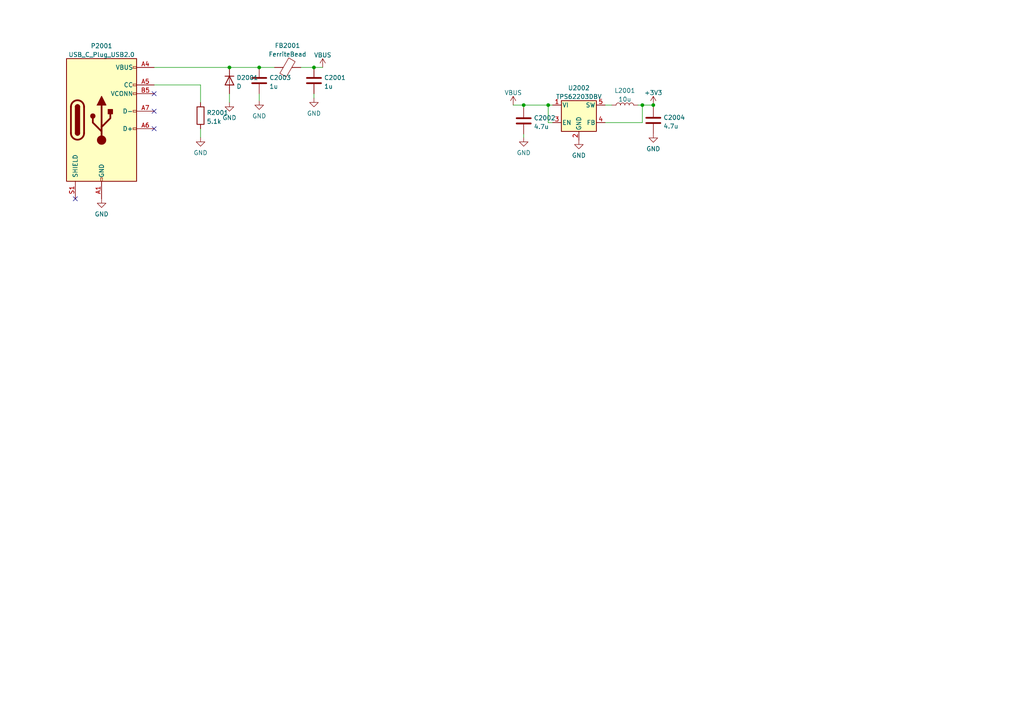
<source format=kicad_sch>
(kicad_sch (version 20211123) (generator eeschema)

  (uuid dd0b54e4-6591-4314-aaf3-3c051414093e)

  (paper "A4")

  (lib_symbols
    (symbol "Connector:USB_C_Plug_USB2.0" (pin_names (offset 1.016)) (in_bom yes) (on_board yes)
      (property "Reference" "P" (id 0) (at -10.16 19.05 0)
        (effects (font (size 1.27 1.27)) (justify left))
      )
      (property "Value" "USB_C_Plug_USB2.0" (id 1) (at 12.7 19.05 0)
        (effects (font (size 1.27 1.27)) (justify right))
      )
      (property "Footprint" "" (id 2) (at 3.81 0 0)
        (effects (font (size 1.27 1.27)) hide)
      )
      (property "Datasheet" "https://www.usb.org/sites/default/files/documents/usb_type-c.zip" (id 3) (at 3.81 0 0)
        (effects (font (size 1.27 1.27)) hide)
      )
      (property "ki_keywords" "usb universal serial bus type-C USB2.0" (id 4) (at 0 0 0)
        (effects (font (size 1.27 1.27)) hide)
      )
      (property "ki_description" "USB 2.0-only Type-C Plug connector" (id 5) (at 0 0 0)
        (effects (font (size 1.27 1.27)) hide)
      )
      (property "ki_fp_filters" "USB*C*Plug*" (id 6) (at 0 0 0)
        (effects (font (size 1.27 1.27)) hide)
      )
      (symbol "USB_C_Plug_USB2.0_0_0"
        (rectangle (start -0.254 -17.78) (end 0.254 -16.764)
          (stroke (width 0) (type default) (color 0 0 0 0))
          (fill (type none))
        )
        (rectangle (start 10.16 -2.286) (end 9.144 -2.794)
          (stroke (width 0) (type default) (color 0 0 0 0))
          (fill (type none))
        )
        (rectangle (start 10.16 2.794) (end 9.144 2.286)
          (stroke (width 0) (type default) (color 0 0 0 0))
          (fill (type none))
        )
        (rectangle (start 10.16 7.874) (end 9.144 7.366)
          (stroke (width 0) (type default) (color 0 0 0 0))
          (fill (type none))
        )
        (rectangle (start 10.16 10.414) (end 9.144 9.906)
          (stroke (width 0) (type default) (color 0 0 0 0))
          (fill (type none))
        )
        (rectangle (start 10.16 15.494) (end 9.144 14.986)
          (stroke (width 0) (type default) (color 0 0 0 0))
          (fill (type none))
        )
      )
      (symbol "USB_C_Plug_USB2.0_0_1"
        (rectangle (start -10.16 17.78) (end 10.16 -17.78)
          (stroke (width 0.254) (type default) (color 0 0 0 0))
          (fill (type background))
        )
        (arc (start -8.89 -3.81) (mid -6.985 -5.715) (end -5.08 -3.81)
          (stroke (width 0.508) (type default) (color 0 0 0 0))
          (fill (type none))
        )
        (arc (start -7.62 -3.81) (mid -6.985 -4.445) (end -6.35 -3.81)
          (stroke (width 0.254) (type default) (color 0 0 0 0))
          (fill (type none))
        )
        (arc (start -7.62 -3.81) (mid -6.985 -4.445) (end -6.35 -3.81)
          (stroke (width 0.254) (type default) (color 0 0 0 0))
          (fill (type outline))
        )
        (rectangle (start -7.62 -3.81) (end -6.35 3.81)
          (stroke (width 0.254) (type default) (color 0 0 0 0))
          (fill (type outline))
        )
        (arc (start -6.35 3.81) (mid -6.985 4.445) (end -7.62 3.81)
          (stroke (width 0.254) (type default) (color 0 0 0 0))
          (fill (type none))
        )
        (arc (start -6.35 3.81) (mid -6.985 4.445) (end -7.62 3.81)
          (stroke (width 0.254) (type default) (color 0 0 0 0))
          (fill (type outline))
        )
        (arc (start -5.08 3.81) (mid -6.985 5.715) (end -8.89 3.81)
          (stroke (width 0.508) (type default) (color 0 0 0 0))
          (fill (type none))
        )
        (circle (center -2.54 1.143) (radius 0.635)
          (stroke (width 0.254) (type default) (color 0 0 0 0))
          (fill (type outline))
        )
        (circle (center 0 -5.842) (radius 1.27)
          (stroke (width 0) (type default) (color 0 0 0 0))
          (fill (type outline))
        )
        (polyline
          (pts
            (xy -8.89 -3.81)
            (xy -8.89 3.81)
          )
          (stroke (width 0.508) (type default) (color 0 0 0 0))
          (fill (type none))
        )
        (polyline
          (pts
            (xy -5.08 3.81)
            (xy -5.08 -3.81)
          )
          (stroke (width 0.508) (type default) (color 0 0 0 0))
          (fill (type none))
        )
        (polyline
          (pts
            (xy 0 -5.842)
            (xy 0 4.318)
          )
          (stroke (width 0.508) (type default) (color 0 0 0 0))
          (fill (type none))
        )
        (polyline
          (pts
            (xy 0 -3.302)
            (xy -2.54 -0.762)
            (xy -2.54 0.508)
          )
          (stroke (width 0.508) (type default) (color 0 0 0 0))
          (fill (type none))
        )
        (polyline
          (pts
            (xy 0 -2.032)
            (xy 2.54 0.508)
            (xy 2.54 1.778)
          )
          (stroke (width 0.508) (type default) (color 0 0 0 0))
          (fill (type none))
        )
        (polyline
          (pts
            (xy -1.27 4.318)
            (xy 0 6.858)
            (xy 1.27 4.318)
            (xy -1.27 4.318)
          )
          (stroke (width 0.254) (type default) (color 0 0 0 0))
          (fill (type outline))
        )
        (rectangle (start 1.905 1.778) (end 3.175 3.048)
          (stroke (width 0.254) (type default) (color 0 0 0 0))
          (fill (type outline))
        )
      )
      (symbol "USB_C_Plug_USB2.0_1_1"
        (pin passive line (at 0 -22.86 90) (length 5.08)
          (name "GND" (effects (font (size 1.27 1.27))))
          (number "A1" (effects (font (size 1.27 1.27))))
        )
        (pin passive line (at 0 -22.86 90) (length 5.08) hide
          (name "GND" (effects (font (size 1.27 1.27))))
          (number "A12" (effects (font (size 1.27 1.27))))
        )
        (pin passive line (at 15.24 15.24 180) (length 5.08)
          (name "VBUS" (effects (font (size 1.27 1.27))))
          (number "A4" (effects (font (size 1.27 1.27))))
        )
        (pin bidirectional line (at 15.24 10.16 180) (length 5.08)
          (name "CC" (effects (font (size 1.27 1.27))))
          (number "A5" (effects (font (size 1.27 1.27))))
        )
        (pin bidirectional line (at 15.24 -2.54 180) (length 5.08)
          (name "D+" (effects (font (size 1.27 1.27))))
          (number "A6" (effects (font (size 1.27 1.27))))
        )
        (pin bidirectional line (at 15.24 2.54 180) (length 5.08)
          (name "D-" (effects (font (size 1.27 1.27))))
          (number "A7" (effects (font (size 1.27 1.27))))
        )
        (pin passive line (at 15.24 15.24 180) (length 5.08) hide
          (name "VBUS" (effects (font (size 1.27 1.27))))
          (number "A9" (effects (font (size 1.27 1.27))))
        )
        (pin passive line (at 0 -22.86 90) (length 5.08) hide
          (name "GND" (effects (font (size 1.27 1.27))))
          (number "B1" (effects (font (size 1.27 1.27))))
        )
        (pin passive line (at 0 -22.86 90) (length 5.08) hide
          (name "GND" (effects (font (size 1.27 1.27))))
          (number "B12" (effects (font (size 1.27 1.27))))
        )
        (pin passive line (at 15.24 15.24 180) (length 5.08) hide
          (name "VBUS" (effects (font (size 1.27 1.27))))
          (number "B4" (effects (font (size 1.27 1.27))))
        )
        (pin bidirectional line (at 15.24 7.62 180) (length 5.08)
          (name "VCONN" (effects (font (size 1.27 1.27))))
          (number "B5" (effects (font (size 1.27 1.27))))
        )
        (pin passive line (at 15.24 15.24 180) (length 5.08) hide
          (name "VBUS" (effects (font (size 1.27 1.27))))
          (number "B9" (effects (font (size 1.27 1.27))))
        )
        (pin passive line (at -7.62 -22.86 90) (length 5.08)
          (name "SHIELD" (effects (font (size 1.27 1.27))))
          (number "S1" (effects (font (size 1.27 1.27))))
        )
      )
    )
    (symbol "Device:C" (pin_numbers hide) (pin_names (offset 0.254)) (in_bom yes) (on_board yes)
      (property "Reference" "C" (id 0) (at 0.635 2.54 0)
        (effects (font (size 1.27 1.27)) (justify left))
      )
      (property "Value" "C" (id 1) (at 0.635 -2.54 0)
        (effects (font (size 1.27 1.27)) (justify left))
      )
      (property "Footprint" "" (id 2) (at 0.9652 -3.81 0)
        (effects (font (size 1.27 1.27)) hide)
      )
      (property "Datasheet" "~" (id 3) (at 0 0 0)
        (effects (font (size 1.27 1.27)) hide)
      )
      (property "ki_keywords" "cap capacitor" (id 4) (at 0 0 0)
        (effects (font (size 1.27 1.27)) hide)
      )
      (property "ki_description" "Unpolarized capacitor" (id 5) (at 0 0 0)
        (effects (font (size 1.27 1.27)) hide)
      )
      (property "ki_fp_filters" "C_*" (id 6) (at 0 0 0)
        (effects (font (size 1.27 1.27)) hide)
      )
      (symbol "C_0_1"
        (polyline
          (pts
            (xy -2.032 -0.762)
            (xy 2.032 -0.762)
          )
          (stroke (width 0.508) (type default) (color 0 0 0 0))
          (fill (type none))
        )
        (polyline
          (pts
            (xy -2.032 0.762)
            (xy 2.032 0.762)
          )
          (stroke (width 0.508) (type default) (color 0 0 0 0))
          (fill (type none))
        )
      )
      (symbol "C_1_1"
        (pin passive line (at 0 3.81 270) (length 2.794)
          (name "~" (effects (font (size 1.27 1.27))))
          (number "1" (effects (font (size 1.27 1.27))))
        )
        (pin passive line (at 0 -3.81 90) (length 2.794)
          (name "~" (effects (font (size 1.27 1.27))))
          (number "2" (effects (font (size 1.27 1.27))))
        )
      )
    )
    (symbol "Device:D" (pin_numbers hide) (pin_names (offset 1.016) hide) (in_bom yes) (on_board yes)
      (property "Reference" "D" (id 0) (at 0 2.54 0)
        (effects (font (size 1.27 1.27)))
      )
      (property "Value" "D" (id 1) (at 0 -2.54 0)
        (effects (font (size 1.27 1.27)))
      )
      (property "Footprint" "" (id 2) (at 0 0 0)
        (effects (font (size 1.27 1.27)) hide)
      )
      (property "Datasheet" "~" (id 3) (at 0 0 0)
        (effects (font (size 1.27 1.27)) hide)
      )
      (property "ki_keywords" "diode" (id 4) (at 0 0 0)
        (effects (font (size 1.27 1.27)) hide)
      )
      (property "ki_description" "Diode" (id 5) (at 0 0 0)
        (effects (font (size 1.27 1.27)) hide)
      )
      (property "ki_fp_filters" "TO-???* *_Diode_* *SingleDiode* D_*" (id 6) (at 0 0 0)
        (effects (font (size 1.27 1.27)) hide)
      )
      (symbol "D_0_1"
        (polyline
          (pts
            (xy -1.27 1.27)
            (xy -1.27 -1.27)
          )
          (stroke (width 0.254) (type default) (color 0 0 0 0))
          (fill (type none))
        )
        (polyline
          (pts
            (xy 1.27 0)
            (xy -1.27 0)
          )
          (stroke (width 0) (type default) (color 0 0 0 0))
          (fill (type none))
        )
        (polyline
          (pts
            (xy 1.27 1.27)
            (xy 1.27 -1.27)
            (xy -1.27 0)
            (xy 1.27 1.27)
          )
          (stroke (width 0.254) (type default) (color 0 0 0 0))
          (fill (type none))
        )
      )
      (symbol "D_1_1"
        (pin passive line (at -3.81 0 0) (length 2.54)
          (name "K" (effects (font (size 1.27 1.27))))
          (number "1" (effects (font (size 1.27 1.27))))
        )
        (pin passive line (at 3.81 0 180) (length 2.54)
          (name "A" (effects (font (size 1.27 1.27))))
          (number "2" (effects (font (size 1.27 1.27))))
        )
      )
    )
    (symbol "Device:FerriteBead" (pin_numbers hide) (pin_names (offset 0)) (in_bom yes) (on_board yes)
      (property "Reference" "FB" (id 0) (at -3.81 0.635 90)
        (effects (font (size 1.27 1.27)))
      )
      (property "Value" "FerriteBead" (id 1) (at 3.81 0 90)
        (effects (font (size 1.27 1.27)))
      )
      (property "Footprint" "" (id 2) (at -1.778 0 90)
        (effects (font (size 1.27 1.27)) hide)
      )
      (property "Datasheet" "~" (id 3) (at 0 0 0)
        (effects (font (size 1.27 1.27)) hide)
      )
      (property "ki_keywords" "L ferrite bead inductor filter" (id 4) (at 0 0 0)
        (effects (font (size 1.27 1.27)) hide)
      )
      (property "ki_description" "Ferrite bead" (id 5) (at 0 0 0)
        (effects (font (size 1.27 1.27)) hide)
      )
      (property "ki_fp_filters" "Inductor_* L_* *Ferrite*" (id 6) (at 0 0 0)
        (effects (font (size 1.27 1.27)) hide)
      )
      (symbol "FerriteBead_0_1"
        (polyline
          (pts
            (xy 0 -1.27)
            (xy 0 -1.2192)
          )
          (stroke (width 0) (type default) (color 0 0 0 0))
          (fill (type none))
        )
        (polyline
          (pts
            (xy 0 1.27)
            (xy 0 1.2954)
          )
          (stroke (width 0) (type default) (color 0 0 0 0))
          (fill (type none))
        )
        (polyline
          (pts
            (xy -2.7686 0.4064)
            (xy -1.7018 2.2606)
            (xy 2.7686 -0.3048)
            (xy 1.6764 -2.159)
            (xy -2.7686 0.4064)
          )
          (stroke (width 0) (type default) (color 0 0 0 0))
          (fill (type none))
        )
      )
      (symbol "FerriteBead_1_1"
        (pin passive line (at 0 3.81 270) (length 2.54)
          (name "~" (effects (font (size 1.27 1.27))))
          (number "1" (effects (font (size 1.27 1.27))))
        )
        (pin passive line (at 0 -3.81 90) (length 2.54)
          (name "~" (effects (font (size 1.27 1.27))))
          (number "2" (effects (font (size 1.27 1.27))))
        )
      )
    )
    (symbol "Device:L" (pin_numbers hide) (pin_names (offset 1.016) hide) (in_bom yes) (on_board yes)
      (property "Reference" "L" (id 0) (at -1.27 0 90)
        (effects (font (size 1.27 1.27)))
      )
      (property "Value" "L" (id 1) (at 1.905 0 90)
        (effects (font (size 1.27 1.27)))
      )
      (property "Footprint" "" (id 2) (at 0 0 0)
        (effects (font (size 1.27 1.27)) hide)
      )
      (property "Datasheet" "~" (id 3) (at 0 0 0)
        (effects (font (size 1.27 1.27)) hide)
      )
      (property "ki_keywords" "inductor choke coil reactor magnetic" (id 4) (at 0 0 0)
        (effects (font (size 1.27 1.27)) hide)
      )
      (property "ki_description" "Inductor" (id 5) (at 0 0 0)
        (effects (font (size 1.27 1.27)) hide)
      )
      (property "ki_fp_filters" "Choke_* *Coil* Inductor_* L_*" (id 6) (at 0 0 0)
        (effects (font (size 1.27 1.27)) hide)
      )
      (symbol "L_0_1"
        (arc (start 0 -2.54) (mid 0.635 -1.905) (end 0 -1.27)
          (stroke (width 0) (type default) (color 0 0 0 0))
          (fill (type none))
        )
        (arc (start 0 -1.27) (mid 0.635 -0.635) (end 0 0)
          (stroke (width 0) (type default) (color 0 0 0 0))
          (fill (type none))
        )
        (arc (start 0 0) (mid 0.635 0.635) (end 0 1.27)
          (stroke (width 0) (type default) (color 0 0 0 0))
          (fill (type none))
        )
        (arc (start 0 1.27) (mid 0.635 1.905) (end 0 2.54)
          (stroke (width 0) (type default) (color 0 0 0 0))
          (fill (type none))
        )
      )
      (symbol "L_1_1"
        (pin passive line (at 0 3.81 270) (length 1.27)
          (name "1" (effects (font (size 1.27 1.27))))
          (number "1" (effects (font (size 1.27 1.27))))
        )
        (pin passive line (at 0 -3.81 90) (length 1.27)
          (name "2" (effects (font (size 1.27 1.27))))
          (number "2" (effects (font (size 1.27 1.27))))
        )
      )
    )
    (symbol "Device:R" (pin_numbers hide) (pin_names (offset 0)) (in_bom yes) (on_board yes)
      (property "Reference" "R" (id 0) (at 2.032 0 90)
        (effects (font (size 1.27 1.27)))
      )
      (property "Value" "R" (id 1) (at 0 0 90)
        (effects (font (size 1.27 1.27)))
      )
      (property "Footprint" "" (id 2) (at -1.778 0 90)
        (effects (font (size 1.27 1.27)) hide)
      )
      (property "Datasheet" "~" (id 3) (at 0 0 0)
        (effects (font (size 1.27 1.27)) hide)
      )
      (property "ki_keywords" "R res resistor" (id 4) (at 0 0 0)
        (effects (font (size 1.27 1.27)) hide)
      )
      (property "ki_description" "Resistor" (id 5) (at 0 0 0)
        (effects (font (size 1.27 1.27)) hide)
      )
      (property "ki_fp_filters" "R_*" (id 6) (at 0 0 0)
        (effects (font (size 1.27 1.27)) hide)
      )
      (symbol "R_0_1"
        (rectangle (start -1.016 -2.54) (end 1.016 2.54)
          (stroke (width 0.254) (type default) (color 0 0 0 0))
          (fill (type none))
        )
      )
      (symbol "R_1_1"
        (pin passive line (at 0 3.81 270) (length 1.27)
          (name "~" (effects (font (size 1.27 1.27))))
          (number "1" (effects (font (size 1.27 1.27))))
        )
        (pin passive line (at 0 -3.81 90) (length 1.27)
          (name "~" (effects (font (size 1.27 1.27))))
          (number "2" (effects (font (size 1.27 1.27))))
        )
      )
    )
    (symbol "Regulator_Switching:TPS62203DBV" (pin_names (offset 0.254)) (in_bom yes) (on_board yes)
      (property "Reference" "U" (id 0) (at -5.08 7.62 0)
        (effects (font (size 1.27 1.27)) (justify left))
      )
      (property "Value" "TPS62203DBV" (id 1) (at 0 7.62 0)
        (effects (font (size 1.27 1.27)) (justify left))
      )
      (property "Footprint" "Package_TO_SOT_SMD:SOT-23-5" (id 2) (at 1.27 -3.81 0)
        (effects (font (size 1.27 1.27) italic) (justify left) hide)
      )
      (property "Datasheet" "http://www.ti.com/lit/ds/symlink/tps62201.pdf" (id 3) (at 0 2.54 0)
        (effects (font (size 1.27 1.27)) hide)
      )
      (property "ki_keywords" "Step-Down DC-DC Converter" (id 4) (at 0 0 0)
        (effects (font (size 1.27 1.27)) hide)
      )
      (property "ki_description" "300mA High-Efficiency Step-Down DC-DC Converter, fixed 3.3V output voltage, 2.5-6V input voltage, SOT-23-5" (id 5) (at 0 0 0)
        (effects (font (size 1.27 1.27)) hide)
      )
      (property "ki_fp_filters" "SOT?23*" (id 6) (at 0 0 0)
        (effects (font (size 1.27 1.27)) hide)
      )
      (symbol "TPS62203DBV_0_1"
        (rectangle (start -5.08 6.35) (end 5.08 -2.54)
          (stroke (width 0.254) (type default) (color 0 0 0 0))
          (fill (type background))
        )
      )
      (symbol "TPS62203DBV_1_1"
        (pin power_in line (at -7.62 5.08 0) (length 2.54)
          (name "VI" (effects (font (size 1.27 1.27))))
          (number "1" (effects (font (size 1.27 1.27))))
        )
        (pin power_in line (at 0 -5.08 90) (length 2.54)
          (name "GND" (effects (font (size 1.27 1.27))))
          (number "2" (effects (font (size 1.27 1.27))))
        )
        (pin input line (at -7.62 0 0) (length 2.54)
          (name "EN" (effects (font (size 1.27 1.27))))
          (number "3" (effects (font (size 1.27 1.27))))
        )
        (pin input line (at 7.62 0 180) (length 2.54)
          (name "FB" (effects (font (size 1.27 1.27))))
          (number "4" (effects (font (size 1.27 1.27))))
        )
        (pin output line (at 7.62 5.08 180) (length 2.54)
          (name "SW" (effects (font (size 1.27 1.27))))
          (number "5" (effects (font (size 1.27 1.27))))
        )
      )
    )
    (symbol "power:+3V3" (power) (pin_names (offset 0)) (in_bom yes) (on_board yes)
      (property "Reference" "#PWR" (id 0) (at 0 -3.81 0)
        (effects (font (size 1.27 1.27)) hide)
      )
      (property "Value" "+3V3" (id 1) (at 0 3.556 0)
        (effects (font (size 1.27 1.27)))
      )
      (property "Footprint" "" (id 2) (at 0 0 0)
        (effects (font (size 1.27 1.27)) hide)
      )
      (property "Datasheet" "" (id 3) (at 0 0 0)
        (effects (font (size 1.27 1.27)) hide)
      )
      (property "ki_keywords" "power-flag" (id 4) (at 0 0 0)
        (effects (font (size 1.27 1.27)) hide)
      )
      (property "ki_description" "Power symbol creates a global label with name \"+3V3\"" (id 5) (at 0 0 0)
        (effects (font (size 1.27 1.27)) hide)
      )
      (symbol "+3V3_0_1"
        (polyline
          (pts
            (xy -0.762 1.27)
            (xy 0 2.54)
          )
          (stroke (width 0) (type default) (color 0 0 0 0))
          (fill (type none))
        )
        (polyline
          (pts
            (xy 0 0)
            (xy 0 2.54)
          )
          (stroke (width 0) (type default) (color 0 0 0 0))
          (fill (type none))
        )
        (polyline
          (pts
            (xy 0 2.54)
            (xy 0.762 1.27)
          )
          (stroke (width 0) (type default) (color 0 0 0 0))
          (fill (type none))
        )
      )
      (symbol "+3V3_1_1"
        (pin power_in line (at 0 0 90) (length 0) hide
          (name "+3V3" (effects (font (size 1.27 1.27))))
          (number "1" (effects (font (size 1.27 1.27))))
        )
      )
    )
    (symbol "power:GND" (power) (pin_names (offset 0)) (in_bom yes) (on_board yes)
      (property "Reference" "#PWR" (id 0) (at 0 -6.35 0)
        (effects (font (size 1.27 1.27)) hide)
      )
      (property "Value" "GND" (id 1) (at 0 -3.81 0)
        (effects (font (size 1.27 1.27)))
      )
      (property "Footprint" "" (id 2) (at 0 0 0)
        (effects (font (size 1.27 1.27)) hide)
      )
      (property "Datasheet" "" (id 3) (at 0 0 0)
        (effects (font (size 1.27 1.27)) hide)
      )
      (property "ki_keywords" "power-flag" (id 4) (at 0 0 0)
        (effects (font (size 1.27 1.27)) hide)
      )
      (property "ki_description" "Power symbol creates a global label with name \"GND\" , ground" (id 5) (at 0 0 0)
        (effects (font (size 1.27 1.27)) hide)
      )
      (symbol "GND_0_1"
        (polyline
          (pts
            (xy 0 0)
            (xy 0 -1.27)
            (xy 1.27 -1.27)
            (xy 0 -2.54)
            (xy -1.27 -1.27)
            (xy 0 -1.27)
          )
          (stroke (width 0) (type default) (color 0 0 0 0))
          (fill (type none))
        )
      )
      (symbol "GND_1_1"
        (pin power_in line (at 0 0 270) (length 0) hide
          (name "GND" (effects (font (size 1.27 1.27))))
          (number "1" (effects (font (size 1.27 1.27))))
        )
      )
    )
    (symbol "power:VBUS" (power) (pin_names (offset 0)) (in_bom yes) (on_board yes)
      (property "Reference" "#PWR" (id 0) (at 0 -3.81 0)
        (effects (font (size 1.27 1.27)) hide)
      )
      (property "Value" "VBUS" (id 1) (at 0 3.81 0)
        (effects (font (size 1.27 1.27)))
      )
      (property "Footprint" "" (id 2) (at 0 0 0)
        (effects (font (size 1.27 1.27)) hide)
      )
      (property "Datasheet" "" (id 3) (at 0 0 0)
        (effects (font (size 1.27 1.27)) hide)
      )
      (property "ki_keywords" "power-flag" (id 4) (at 0 0 0)
        (effects (font (size 1.27 1.27)) hide)
      )
      (property "ki_description" "Power symbol creates a global label with name \"VBUS\"" (id 5) (at 0 0 0)
        (effects (font (size 1.27 1.27)) hide)
      )
      (symbol "VBUS_0_1"
        (polyline
          (pts
            (xy -0.762 1.27)
            (xy 0 2.54)
          )
          (stroke (width 0) (type default) (color 0 0 0 0))
          (fill (type none))
        )
        (polyline
          (pts
            (xy 0 0)
            (xy 0 2.54)
          )
          (stroke (width 0) (type default) (color 0 0 0 0))
          (fill (type none))
        )
        (polyline
          (pts
            (xy 0 2.54)
            (xy 0.762 1.27)
          )
          (stroke (width 0) (type default) (color 0 0 0 0))
          (fill (type none))
        )
      )
      (symbol "VBUS_1_1"
        (pin power_in line (at 0 0 90) (length 0) hide
          (name "VBUS" (effects (font (size 1.27 1.27))))
          (number "1" (effects (font (size 1.27 1.27))))
        )
      )
    )
  )

  (junction (at 189.484 30.48) (diameter 0) (color 0 0 0 0)
    (uuid 1db3f1dd-f2db-43e1-b4a7-0e7346ce92df)
  )
  (junction (at 91.059 19.558) (diameter 0) (color 0 0 0 0)
    (uuid 37fc87ab-6106-4973-a7ae-94b03d0691df)
  )
  (junction (at 75.184 19.558) (diameter 0) (color 0 0 0 0)
    (uuid 79a338bd-a819-4f74-960c-dabb94dabd4e)
  )
  (junction (at 159.004 30.48) (diameter 0) (color 0 0 0 0)
    (uuid 837abeb5-f47d-4a7f-bd29-121ee560f22a)
  )
  (junction (at 66.548 19.558) (diameter 0) (color 0 0 0 0)
    (uuid 92a9b1e9-070e-4827-a7d6-2f3c229b9e46)
  )
  (junction (at 151.892 30.48) (diameter 0) (color 0 0 0 0)
    (uuid d382af58-7b0c-4dca-89a5-efa72e3cf990)
  )
  (junction (at 186.309 30.48) (diameter 0) (color 0 0 0 0)
    (uuid dc95abcb-e622-4b3e-bb4a-0ec659da0615)
  )

  (no_connect (at 44.704 32.258) (uuid 6e374763-7311-49fc-9246-3442fb7ba9cf))
  (no_connect (at 44.704 37.338) (uuid 6e374763-7311-49fc-9246-3442fb7ba9d0))
  (no_connect (at 44.704 27.178) (uuid f4e34229-f511-4499-aa24-d90a745c45f3))
  (no_connect (at 21.844 57.658) (uuid f6c46d7f-10a0-4181-914c-91120b1c94a6))

  (wire (pts (xy 189.484 30.48) (xy 189.484 31.115))
    (stroke (width 0) (type default) (color 0 0 0 0))
    (uuid 0b20691c-7d98-46c4-9347-f4fedd92fac3)
  )
  (wire (pts (xy 148.844 30.48) (xy 151.892 30.48))
    (stroke (width 0) (type default) (color 0 0 0 0))
    (uuid 1675514c-6fcc-45f6-be6b-d8b1170cd4c6)
  )
  (wire (pts (xy 91.059 27.178) (xy 91.059 28.448))
    (stroke (width 0) (type default) (color 0 0 0 0))
    (uuid 3311cbca-942b-46ed-850d-319dee6d200b)
  )
  (wire (pts (xy 44.704 19.558) (xy 66.548 19.558))
    (stroke (width 0) (type default) (color 0 0 0 0))
    (uuid 489c1b87-636f-473f-8cfb-e26f27e8c0aa)
  )
  (wire (pts (xy 58.166 24.638) (xy 58.166 29.718))
    (stroke (width 0) (type default) (color 0 0 0 0))
    (uuid 4f8d1538-0ed5-4e83-afe9-f76d24063cc8)
  )
  (wire (pts (xy 91.059 19.558) (xy 93.599 19.558))
    (stroke (width 0) (type default) (color 0 0 0 0))
    (uuid 53233366-39ed-4662-a92b-73b079b47f6e)
  )
  (wire (pts (xy 75.184 27.178) (xy 75.184 29.21))
    (stroke (width 0) (type default) (color 0 0 0 0))
    (uuid 5aa09f70-ef51-400f-a05a-8472991ead24)
  )
  (wire (pts (xy 87.249 19.558) (xy 91.059 19.558))
    (stroke (width 0) (type default) (color 0 0 0 0))
    (uuid 633c43c4-ee5e-4cc0-8959-addcb0f78590)
  )
  (wire (pts (xy 175.514 35.56) (xy 186.309 35.56))
    (stroke (width 0) (type default) (color 0 0 0 0))
    (uuid 6ad81a9d-5f70-4abd-9696-3692389618eb)
  )
  (wire (pts (xy 186.309 30.48) (xy 185.039 30.48))
    (stroke (width 0) (type default) (color 0 0 0 0))
    (uuid 78f1e284-4d07-4b3c-ad97-c6f4b016768b)
  )
  (wire (pts (xy 66.548 19.558) (xy 75.184 19.558))
    (stroke (width 0) (type default) (color 0 0 0 0))
    (uuid 82589820-1de5-4c24-a98c-e3fc3781ebae)
  )
  (wire (pts (xy 159.004 35.56) (xy 159.004 30.48))
    (stroke (width 0) (type default) (color 0 0 0 0))
    (uuid 826aa308-7516-4285-b498-c57c481fa54d)
  )
  (wire (pts (xy 66.548 29.718) (xy 66.548 27.178))
    (stroke (width 0) (type default) (color 0 0 0 0))
    (uuid 870acdb4-68bc-406a-81d8-6918a1be80c2)
  )
  (wire (pts (xy 75.184 19.558) (xy 79.629 19.558))
    (stroke (width 0) (type default) (color 0 0 0 0))
    (uuid 8748b2d6-bc13-4f2f-81ac-5de89ce66ea7)
  )
  (wire (pts (xy 175.514 30.48) (xy 177.419 30.48))
    (stroke (width 0) (type default) (color 0 0 0 0))
    (uuid 911abcee-2a81-44d7-bb45-005b31171572)
  )
  (wire (pts (xy 160.274 35.56) (xy 159.004 35.56))
    (stroke (width 0) (type default) (color 0 0 0 0))
    (uuid ac77147a-cbe8-412e-9764-cc5f4cba3e69)
  )
  (wire (pts (xy 186.309 35.56) (xy 186.309 30.48))
    (stroke (width 0) (type default) (color 0 0 0 0))
    (uuid c55208d9-7dd6-4bd6-9668-a70a1a228cc2)
  )
  (wire (pts (xy 186.309 30.48) (xy 189.484 30.48))
    (stroke (width 0) (type default) (color 0 0 0 0))
    (uuid cc5dc8e0-ac5e-44e3-a7f8-848b0dc1fdb9)
  )
  (wire (pts (xy 58.166 37.338) (xy 58.166 39.878))
    (stroke (width 0) (type default) (color 0 0 0 0))
    (uuid d308fad4-27bc-4ef4-b474-7bb8dd3ed797)
  )
  (wire (pts (xy 151.892 30.48) (xy 151.892 31.242))
    (stroke (width 0) (type default) (color 0 0 0 0))
    (uuid d6ae6651-c179-442f-911d-40ac972f8d3f)
  )
  (wire (pts (xy 151.892 30.48) (xy 159.004 30.48))
    (stroke (width 0) (type default) (color 0 0 0 0))
    (uuid e14ede78-8558-4097-a3f9-0d880da984ce)
  )
  (wire (pts (xy 159.004 30.48) (xy 160.274 30.48))
    (stroke (width 0) (type default) (color 0 0 0 0))
    (uuid e8fa1a55-b1bb-4a1e-9d90-27c9ea70a492)
  )
  (wire (pts (xy 151.892 38.862) (xy 151.892 39.878))
    (stroke (width 0) (type default) (color 0 0 0 0))
    (uuid f839ee1c-2999-488f-bade-0034c8cb9a0e)
  )
  (wire (pts (xy 44.704 24.638) (xy 58.166 24.638))
    (stroke (width 0) (type default) (color 0 0 0 0))
    (uuid fb054e22-a87e-4dfb-996b-55b037068a42)
  )

  (symbol (lib_id "power:VBUS") (at 148.844 30.48 0) (unit 1)
    (in_bom yes) (on_board yes) (fields_autoplaced)
    (uuid 00160e2d-2cf1-42b2-bfa1-e4ab9e2a709a)
    (property "Reference" "#PWR0117" (id 0) (at 148.844 34.29 0)
      (effects (font (size 1.27 1.27)) hide)
    )
    (property "Value" "VBUS" (id 1) (at 148.844 26.9042 0))
    (property "Footprint" "" (id 2) (at 148.844 30.48 0)
      (effects (font (size 1.27 1.27)) hide)
    )
    (property "Datasheet" "" (id 3) (at 148.844 30.48 0)
      (effects (font (size 1.27 1.27)) hide)
    )
    (pin "1" (uuid 27a50090-49d7-4378-bdc7-4db43c47a770))
  )

  (symbol (lib_id "Device:C") (at 91.059 23.368 0) (unit 1)
    (in_bom yes) (on_board yes) (fields_autoplaced)
    (uuid 17795c01-d49c-4e67-94f6-50833fd80e95)
    (property "Reference" "C2001" (id 0) (at 93.98 22.5333 0)
      (effects (font (size 1.27 1.27)) (justify left))
    )
    (property "Value" "1u" (id 1) (at 93.98 25.0702 0)
      (effects (font (size 1.27 1.27)) (justify left))
    )
    (property "Footprint" "Capacitor_SMD:C_0402_1005Metric" (id 2) (at 92.0242 27.178 0)
      (effects (font (size 1.27 1.27)) hide)
    )
    (property "Datasheet" "~" (id 3) (at 91.059 23.368 0)
      (effects (font (size 1.27 1.27)) hide)
    )
    (pin "1" (uuid 1f7c2cb5-db1b-4265-a060-efd882cf13fd))
    (pin "2" (uuid 2806c2de-7323-482f-a43c-68505555df5f))
  )

  (symbol (lib_id "Device:L") (at 181.229 30.48 90) (unit 1)
    (in_bom yes) (on_board yes) (fields_autoplaced)
    (uuid 40460a26-2ceb-4d7f-af54-5919d7672ecf)
    (property "Reference" "L2001" (id 0) (at 181.229 26.2722 90))
    (property "Value" "10u" (id 1) (at 181.229 28.8091 90))
    (property "Footprint" "Inductor_SMD:L_1206_3216Metric" (id 2) (at 181.229 30.48 0)
      (effects (font (size 1.27 1.27)) hide)
    )
    (property "Datasheet" "~" (id 3) (at 181.229 30.48 0)
      (effects (font (size 1.27 1.27)) hide)
    )
    (pin "1" (uuid 71e1b831-7750-46ab-b0b9-ce08b6998fdb))
    (pin "2" (uuid e7abc2bb-9901-4283-9f17-6ddd3e248cde))
  )

  (symbol (lib_id "power:GND") (at 75.184 29.21 0) (unit 1)
    (in_bom yes) (on_board yes) (fields_autoplaced)
    (uuid 406f8b47-61f8-4d9c-bf29-9b63c004e80f)
    (property "Reference" "#PWR0108" (id 0) (at 75.184 35.56 0)
      (effects (font (size 1.27 1.27)) hide)
    )
    (property "Value" "GND" (id 1) (at 75.184 33.6534 0))
    (property "Footprint" "" (id 2) (at 75.184 29.21 0)
      (effects (font (size 1.27 1.27)) hide)
    )
    (property "Datasheet" "" (id 3) (at 75.184 29.21 0)
      (effects (font (size 1.27 1.27)) hide)
    )
    (pin "1" (uuid 2348b63f-18ae-45e8-90e5-2debde296b3c))
  )

  (symbol (lib_id "power:VBUS") (at 93.599 19.558 0) (unit 1)
    (in_bom yes) (on_board yes) (fields_autoplaced)
    (uuid 43a9c8e8-5ad4-4f7e-a414-baddb6c4537b)
    (property "Reference" "#PWR0115" (id 0) (at 93.599 23.368 0)
      (effects (font (size 1.27 1.27)) hide)
    )
    (property "Value" "VBUS" (id 1) (at 93.599 15.9822 0))
    (property "Footprint" "" (id 2) (at 93.599 19.558 0)
      (effects (font (size 1.27 1.27)) hide)
    )
    (property "Datasheet" "" (id 3) (at 93.599 19.558 0)
      (effects (font (size 1.27 1.27)) hide)
    )
    (pin "1" (uuid 83793b21-ec9b-4be9-8171-99550bf52de2))
  )

  (symbol (lib_id "power:GND") (at 58.166 39.878 0) (unit 1)
    (in_bom yes) (on_board yes) (fields_autoplaced)
    (uuid 4b7928e7-afc9-4fe1-bb73-2de7444ed79e)
    (property "Reference" "#PWR0116" (id 0) (at 58.166 46.228 0)
      (effects (font (size 1.27 1.27)) hide)
    )
    (property "Value" "GND" (id 1) (at 58.166 44.3214 0))
    (property "Footprint" "" (id 2) (at 58.166 39.878 0)
      (effects (font (size 1.27 1.27)) hide)
    )
    (property "Datasheet" "" (id 3) (at 58.166 39.878 0)
      (effects (font (size 1.27 1.27)) hide)
    )
    (pin "1" (uuid 56836afa-5a47-406a-b475-a10e9c2997d1))
  )

  (symbol (lib_id "power:+3V3") (at 189.484 30.48 0) (unit 1)
    (in_bom yes) (on_board yes) (fields_autoplaced)
    (uuid 506f25f6-2d09-412f-b8d7-e6ec366ece41)
    (property "Reference" "#PWR0125" (id 0) (at 189.484 34.29 0)
      (effects (font (size 1.27 1.27)) hide)
    )
    (property "Value" "+3V3" (id 1) (at 189.484 26.9042 0))
    (property "Footprint" "" (id 2) (at 189.484 30.48 0)
      (effects (font (size 1.27 1.27)) hide)
    )
    (property "Datasheet" "" (id 3) (at 189.484 30.48 0)
      (effects (font (size 1.27 1.27)) hide)
    )
    (pin "1" (uuid e599deae-b219-4392-8cd5-40deb2440219))
  )

  (symbol (lib_id "power:GND") (at 189.484 38.735 0) (unit 1)
    (in_bom yes) (on_board yes) (fields_autoplaced)
    (uuid 50b45225-9cc5-4d94-8940-1c222a25944f)
    (property "Reference" "#PWR0126" (id 0) (at 189.484 45.085 0)
      (effects (font (size 1.27 1.27)) hide)
    )
    (property "Value" "GND" (id 1) (at 189.484 43.1784 0))
    (property "Footprint" "" (id 2) (at 189.484 38.735 0)
      (effects (font (size 1.27 1.27)) hide)
    )
    (property "Datasheet" "" (id 3) (at 189.484 38.735 0)
      (effects (font (size 1.27 1.27)) hide)
    )
    (pin "1" (uuid bba3cf92-dabb-4805-a8b7-904606622884))
  )

  (symbol (lib_id "power:GND") (at 66.548 29.718 0) (unit 1)
    (in_bom yes) (on_board yes) (fields_autoplaced)
    (uuid 5a07d0dc-a033-4cff-8302-3f19762b2468)
    (property "Reference" "#PWR0102" (id 0) (at 66.548 36.068 0)
      (effects (font (size 1.27 1.27)) hide)
    )
    (property "Value" "GND" (id 1) (at 66.548 34.1614 0))
    (property "Footprint" "" (id 2) (at 66.548 29.718 0)
      (effects (font (size 1.27 1.27)) hide)
    )
    (property "Datasheet" "" (id 3) (at 66.548 29.718 0)
      (effects (font (size 1.27 1.27)) hide)
    )
    (pin "1" (uuid 502210f1-d004-43e3-a7e9-0ca4f1f505ad))
  )

  (symbol (lib_id "Device:C") (at 151.892 35.052 0) (unit 1)
    (in_bom yes) (on_board yes) (fields_autoplaced)
    (uuid 630d194e-3446-4089-b337-472956a058f8)
    (property "Reference" "C2002" (id 0) (at 154.813 34.2173 0)
      (effects (font (size 1.27 1.27)) (justify left))
    )
    (property "Value" "4.7u" (id 1) (at 154.813 36.7542 0)
      (effects (font (size 1.27 1.27)) (justify left))
    )
    (property "Footprint" "Capacitor_SMD:C_0603_1608Metric" (id 2) (at 152.8572 38.862 0)
      (effects (font (size 1.27 1.27)) hide)
    )
    (property "Datasheet" "~" (id 3) (at 151.892 35.052 0)
      (effects (font (size 1.27 1.27)) hide)
    )
    (pin "1" (uuid cd2a32c3-acbc-45b7-80c7-5ffd7508f0e4))
    (pin "2" (uuid ada3f1b2-cc2f-429e-bcd7-b0350c5ad997))
  )

  (symbol (lib_id "Device:C") (at 189.484 34.925 0) (unit 1)
    (in_bom yes) (on_board yes) (fields_autoplaced)
    (uuid 64c968be-b3d4-41a7-8088-6c33a51706dd)
    (property "Reference" "C2004" (id 0) (at 192.405 34.0903 0)
      (effects (font (size 1.27 1.27)) (justify left))
    )
    (property "Value" "4.7u" (id 1) (at 192.405 36.6272 0)
      (effects (font (size 1.27 1.27)) (justify left))
    )
    (property "Footprint" "Capacitor_SMD:C_0603_1608Metric" (id 2) (at 190.4492 38.735 0)
      (effects (font (size 1.27 1.27)) hide)
    )
    (property "Datasheet" "~" (id 3) (at 189.484 34.925 0)
      (effects (font (size 1.27 1.27)) hide)
    )
    (pin "1" (uuid 8720c0ed-f0d9-4bf8-a79f-c789f76f1e0d))
    (pin "2" (uuid 74b8b305-4fda-4f30-9ec9-67e5b6db9d7f))
  )

  (symbol (lib_id "power:GND") (at 29.464 57.658 0) (unit 1)
    (in_bom yes) (on_board yes) (fields_autoplaced)
    (uuid 8c31e25b-c064-45e9-8b85-f0f60e6ebfea)
    (property "Reference" "#PWR0103" (id 0) (at 29.464 64.008 0)
      (effects (font (size 1.27 1.27)) hide)
    )
    (property "Value" "GND" (id 1) (at 29.464 62.1014 0))
    (property "Footprint" "" (id 2) (at 29.464 57.658 0)
      (effects (font (size 1.27 1.27)) hide)
    )
    (property "Datasheet" "" (id 3) (at 29.464 57.658 0)
      (effects (font (size 1.27 1.27)) hide)
    )
    (pin "1" (uuid 4a882cde-4cc3-410e-850c-77bc41d8e0c3))
  )

  (symbol (lib_id "power:GND") (at 91.059 28.448 0) (unit 1)
    (in_bom yes) (on_board yes) (fields_autoplaced)
    (uuid 90a72626-0f7e-4942-9b4e-3ccc449e1d2b)
    (property "Reference" "#PWR0101" (id 0) (at 91.059 34.798 0)
      (effects (font (size 1.27 1.27)) hide)
    )
    (property "Value" "GND" (id 1) (at 91.059 32.8914 0))
    (property "Footprint" "" (id 2) (at 91.059 28.448 0)
      (effects (font (size 1.27 1.27)) hide)
    )
    (property "Datasheet" "" (id 3) (at 91.059 28.448 0)
      (effects (font (size 1.27 1.27)) hide)
    )
    (pin "1" (uuid cca86dbf-be29-4776-9c04-a525b4c58bbf))
  )

  (symbol (lib_id "power:GND") (at 167.894 40.64 0) (unit 1)
    (in_bom yes) (on_board yes) (fields_autoplaced)
    (uuid 9c8828db-7ffc-45e1-9943-48113e1dcfcb)
    (property "Reference" "#PWR0127" (id 0) (at 167.894 46.99 0)
      (effects (font (size 1.27 1.27)) hide)
    )
    (property "Value" "GND" (id 1) (at 167.894 45.0834 0))
    (property "Footprint" "" (id 2) (at 167.894 40.64 0)
      (effects (font (size 1.27 1.27)) hide)
    )
    (property "Datasheet" "" (id 3) (at 167.894 40.64 0)
      (effects (font (size 1.27 1.27)) hide)
    )
    (pin "1" (uuid c1efefc2-9a4b-40c8-95f7-fb5f09f56d47))
  )

  (symbol (lib_id "Device:C") (at 75.184 23.368 0) (unit 1)
    (in_bom yes) (on_board yes) (fields_autoplaced)
    (uuid a033b0ee-d751-4055-93c3-dbc1ff47613a)
    (property "Reference" "C2003" (id 0) (at 78.105 22.5333 0)
      (effects (font (size 1.27 1.27)) (justify left))
    )
    (property "Value" "1u" (id 1) (at 78.105 25.0702 0)
      (effects (font (size 1.27 1.27)) (justify left))
    )
    (property "Footprint" "Capacitor_SMD:C_0402_1005Metric" (id 2) (at 76.1492 27.178 0)
      (effects (font (size 1.27 1.27)) hide)
    )
    (property "Datasheet" "~" (id 3) (at 75.184 23.368 0)
      (effects (font (size 1.27 1.27)) hide)
    )
    (pin "1" (uuid 3494ea97-9a0c-4f45-8d9f-982bd1427069))
    (pin "2" (uuid b1cb41a1-5738-4840-afde-f3c4dd356620))
  )

  (symbol (lib_id "Device:D") (at 66.548 23.368 270) (unit 1)
    (in_bom yes) (on_board yes) (fields_autoplaced)
    (uuid a84ffdde-eeb9-4159-bcad-45d7d7517b57)
    (property "Reference" "D2001" (id 0) (at 68.58 22.5333 90)
      (effects (font (size 1.27 1.27)) (justify left))
    )
    (property "Value" "D" (id 1) (at 68.58 25.0702 90)
      (effects (font (size 1.27 1.27)) (justify left))
    )
    (property "Footprint" "Diode_SMD:D_0805_2012Metric_Pad1.15x1.40mm_HandSolder" (id 2) (at 66.548 23.368 0)
      (effects (font (size 1.27 1.27)) hide)
    )
    (property "Datasheet" "~" (id 3) (at 66.548 23.368 0)
      (effects (font (size 1.27 1.27)) hide)
    )
    (pin "1" (uuid 3d3dc8fc-c65a-4c9b-b7e2-fafe01ff6e57))
    (pin "2" (uuid 32754d27-3b28-4272-80ea-1fbe919573e1))
  )

  (symbol (lib_id "Connector:USB_C_Plug_USB2.0") (at 29.464 34.798 0) (unit 1)
    (in_bom yes) (on_board yes) (fields_autoplaced)
    (uuid b896d62a-bd2f-443d-97fc-fa53d7c5c18d)
    (property "Reference" "P2001" (id 0) (at 29.464 13.3182 0))
    (property "Value" "USB_C_Plug_USB2.0" (id 1) (at 29.464 15.8551 0))
    (property "Footprint" "Connector_USB:USB_C_Receptacle_GCT_USB4085" (id 2) (at 33.274 34.798 0)
      (effects (font (size 1.27 1.27)) hide)
    )
    (property "Datasheet" "https://www.usb.org/sites/default/files/documents/usb_type-c.zip" (id 3) (at 33.274 34.798 0)
      (effects (font (size 1.27 1.27)) hide)
    )
    (pin "A1" (uuid d4bfef24-5cc7-4c32-b6e4-c7fa7036bfaa))
    (pin "A12" (uuid 05fd785d-0842-42bc-b719-f8e1e5c1c3ec))
    (pin "A4" (uuid 3ca41cae-7663-4a02-b4f2-291592c55631))
    (pin "A5" (uuid e421ea58-e91a-4073-abe0-22ec745da1f8))
    (pin "A6" (uuid 4783becf-4172-430b-9014-3193eeb41b48))
    (pin "A7" (uuid 8892d79a-9bce-4c2c-a86d-19f716a6535a))
    (pin "A9" (uuid 203807cb-11a3-472f-8de7-47bddc2e10ab))
    (pin "B1" (uuid 7a212d8f-483a-4204-9cec-68f61cf2ed9b))
    (pin "B12" (uuid 59af5483-3a24-4938-9c8b-ad422bc9218d))
    (pin "B4" (uuid 19ca13e3-cdce-4556-9976-ec82a1ea2740))
    (pin "B5" (uuid 8e56b776-d0ad-451b-b752-00c5a0e3c077))
    (pin "B9" (uuid 3b7f495a-fa39-47db-9b0f-c6ecaa33a1fb))
    (pin "S1" (uuid 6dc087e4-cc15-43ed-8018-42291bb422bf))
  )

  (symbol (lib_id "Device:R") (at 58.166 33.528 0) (unit 1)
    (in_bom yes) (on_board yes) (fields_autoplaced)
    (uuid c1525519-ed5d-4c54-948c-5cd21b7a54ee)
    (property "Reference" "R2001" (id 0) (at 59.944 32.6933 0)
      (effects (font (size 1.27 1.27)) (justify left))
    )
    (property "Value" "5.1k" (id 1) (at 59.944 35.2302 0)
      (effects (font (size 1.27 1.27)) (justify left))
    )
    (property "Footprint" "Resistor_SMD:R_0402_1005Metric" (id 2) (at 56.388 33.528 90)
      (effects (font (size 1.27 1.27)) hide)
    )
    (property "Datasheet" "~" (id 3) (at 58.166 33.528 0)
      (effects (font (size 1.27 1.27)) hide)
    )
    (pin "1" (uuid 1bbce11c-5866-4991-9280-b2d14c50ec37))
    (pin "2" (uuid 65fedd6a-ab4e-44ba-a5b2-c36dcd5ad7a7))
  )

  (symbol (lib_id "Device:FerriteBead") (at 83.439 19.558 90) (unit 1)
    (in_bom yes) (on_board yes) (fields_autoplaced)
    (uuid dd1e38e8-af68-4b0b-8436-d092b33448ea)
    (property "Reference" "FB2001" (id 0) (at 83.3882 13.2166 90))
    (property "Value" "FerriteBead" (id 1) (at 83.3882 15.7535 90))
    (property "Footprint" "Resistor_SMD:R_0402_1005Metric_Pad0.72x0.64mm_HandSolder" (id 2) (at 83.439 21.336 90)
      (effects (font (size 1.27 1.27)) hide)
    )
    (property "Datasheet" "~" (id 3) (at 83.439 19.558 0)
      (effects (font (size 1.27 1.27)) hide)
    )
    (pin "1" (uuid 99c6127b-b3e7-4f90-9c70-212ca36a2de7))
    (pin "2" (uuid 31fede41-793f-4360-8d8f-4cf37a4a5a99))
  )

  (symbol (lib_id "power:GND") (at 151.892 39.878 0) (unit 1)
    (in_bom yes) (on_board yes) (fields_autoplaced)
    (uuid e8459a67-7343-4e03-a69a-5fc85194f185)
    (property "Reference" "#PWR0124" (id 0) (at 151.892 46.228 0)
      (effects (font (size 1.27 1.27)) hide)
    )
    (property "Value" "GND" (id 1) (at 151.892 44.3214 0))
    (property "Footprint" "" (id 2) (at 151.892 39.878 0)
      (effects (font (size 1.27 1.27)) hide)
    )
    (property "Datasheet" "" (id 3) (at 151.892 39.878 0)
      (effects (font (size 1.27 1.27)) hide)
    )
    (pin "1" (uuid bb43c3ad-1ae9-4b8e-8bc1-ca88bbc32c84))
  )

  (symbol (lib_id "Regulator_Switching:TPS62203DBV") (at 167.894 35.56 0) (unit 1)
    (in_bom yes) (on_board yes) (fields_autoplaced)
    (uuid f4536aa1-af94-45e2-ac1f-2b0b693cc0ea)
    (property "Reference" "U2002" (id 0) (at 167.894 25.5102 0))
    (property "Value" "TPS62203DBV" (id 1) (at 167.894 28.0471 0))
    (property "Footprint" "Package_TO_SOT_SMD:SOT-23-5" (id 2) (at 169.164 39.37 0)
      (effects (font (size 1.27 1.27) italic) (justify left) hide)
    )
    (property "Datasheet" "http://www.ti.com/lit/ds/symlink/tps62201.pdf" (id 3) (at 167.894 33.02 0)
      (effects (font (size 1.27 1.27)) hide)
    )
    (pin "1" (uuid eaf64669-60d2-4751-b80d-77f8caf78d77))
    (pin "2" (uuid bf5b97c0-04ba-422b-a543-bc945154bc9f))
    (pin "3" (uuid 985af861-f799-4346-af83-332237f0d36e))
    (pin "4" (uuid 72995a57-c8a7-4ecb-ba81-9114e0b4b166))
    (pin "5" (uuid 74ce9b85-c7b8-4795-9b65-769a53c876a9))
  )
)

</source>
